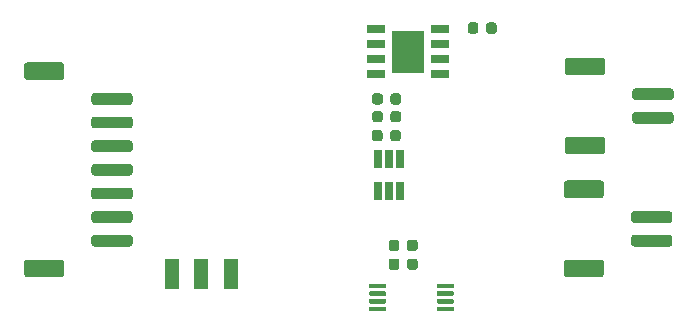
<source format=gbr>
%TF.GenerationSoftware,KiCad,Pcbnew,(5.1.10-1-10_14)*%
%TF.CreationDate,2021-06-08T20:51:40+08:00*%
%TF.ProjectId,network,6e657477-6f72-46b2-9e6b-696361645f70,rev?*%
%TF.SameCoordinates,Original*%
%TF.FileFunction,Paste,Top*%
%TF.FilePolarity,Positive*%
%FSLAX46Y46*%
G04 Gerber Fmt 4.6, Leading zero omitted, Abs format (unit mm)*
G04 Created by KiCad (PCBNEW (5.1.10-1-10_14)) date 2021-06-08 20:51:40*
%MOMM*%
%LPD*%
G01*
G04 APERTURE LIST*
%ADD10R,1.250000X2.500000*%
%ADD11R,0.650000X1.560000*%
%ADD12R,2.700000X3.600000*%
%ADD13R,1.500000X0.650000*%
G04 APERTURE END LIST*
D10*
%TO.C,SW1*%
X118000000Y-103050000D03*
X115500000Y-103050000D03*
X113000000Y-103050000D03*
%TD*%
%TO.C,J5*%
G36*
G01*
X100750000Y-101800000D02*
X103650000Y-101800000D01*
G75*
G02*
X103900000Y-102050000I0J-250000D01*
G01*
X103900000Y-103050000D01*
G75*
G02*
X103650000Y-103300000I-250000J0D01*
G01*
X100750000Y-103300000D01*
G75*
G02*
X100500000Y-103050000I0J250000D01*
G01*
X100500000Y-102050000D01*
G75*
G02*
X100750000Y-101800000I250000J0D01*
G01*
G37*
G36*
G01*
X100750000Y-85100000D02*
X103650000Y-85100000D01*
G75*
G02*
X103900000Y-85350000I0J-250000D01*
G01*
X103900000Y-86350000D01*
G75*
G02*
X103650000Y-86600000I-250000J0D01*
G01*
X100750000Y-86600000D01*
G75*
G02*
X100500000Y-86350000I0J250000D01*
G01*
X100500000Y-85350000D01*
G75*
G02*
X100750000Y-85100000I250000J0D01*
G01*
G37*
G36*
G01*
X106450000Y-99700000D02*
X109450000Y-99700000D01*
G75*
G02*
X109700000Y-99950000I0J-250000D01*
G01*
X109700000Y-100450000D01*
G75*
G02*
X109450000Y-100700000I-250000J0D01*
G01*
X106450000Y-100700000D01*
G75*
G02*
X106200000Y-100450000I0J250000D01*
G01*
X106200000Y-99950000D01*
G75*
G02*
X106450000Y-99700000I250000J0D01*
G01*
G37*
G36*
G01*
X106450000Y-97700000D02*
X109450000Y-97700000D01*
G75*
G02*
X109700000Y-97950000I0J-250000D01*
G01*
X109700000Y-98450000D01*
G75*
G02*
X109450000Y-98700000I-250000J0D01*
G01*
X106450000Y-98700000D01*
G75*
G02*
X106200000Y-98450000I0J250000D01*
G01*
X106200000Y-97950000D01*
G75*
G02*
X106450000Y-97700000I250000J0D01*
G01*
G37*
G36*
G01*
X106450000Y-95700000D02*
X109450000Y-95700000D01*
G75*
G02*
X109700000Y-95950000I0J-250000D01*
G01*
X109700000Y-96450000D01*
G75*
G02*
X109450000Y-96700000I-250000J0D01*
G01*
X106450000Y-96700000D01*
G75*
G02*
X106200000Y-96450000I0J250000D01*
G01*
X106200000Y-95950000D01*
G75*
G02*
X106450000Y-95700000I250000J0D01*
G01*
G37*
G36*
G01*
X106450000Y-93700000D02*
X109450000Y-93700000D01*
G75*
G02*
X109700000Y-93950000I0J-250000D01*
G01*
X109700000Y-94450000D01*
G75*
G02*
X109450000Y-94700000I-250000J0D01*
G01*
X106450000Y-94700000D01*
G75*
G02*
X106200000Y-94450000I0J250000D01*
G01*
X106200000Y-93950000D01*
G75*
G02*
X106450000Y-93700000I250000J0D01*
G01*
G37*
G36*
G01*
X106450000Y-91700000D02*
X109450000Y-91700000D01*
G75*
G02*
X109700000Y-91950000I0J-250000D01*
G01*
X109700000Y-92450000D01*
G75*
G02*
X109450000Y-92700000I-250000J0D01*
G01*
X106450000Y-92700000D01*
G75*
G02*
X106200000Y-92450000I0J250000D01*
G01*
X106200000Y-91950000D01*
G75*
G02*
X106450000Y-91700000I250000J0D01*
G01*
G37*
G36*
G01*
X106450000Y-89700000D02*
X109450000Y-89700000D01*
G75*
G02*
X109700000Y-89950000I0J-250000D01*
G01*
X109700000Y-90450000D01*
G75*
G02*
X109450000Y-90700000I-250000J0D01*
G01*
X106450000Y-90700000D01*
G75*
G02*
X106200000Y-90450000I0J250000D01*
G01*
X106200000Y-89950000D01*
G75*
G02*
X106450000Y-89700000I250000J0D01*
G01*
G37*
G36*
G01*
X106450000Y-87700000D02*
X109450000Y-87700000D01*
G75*
G02*
X109700000Y-87950000I0J-250000D01*
G01*
X109700000Y-88450000D01*
G75*
G02*
X109450000Y-88700000I-250000J0D01*
G01*
X106450000Y-88700000D01*
G75*
G02*
X106200000Y-88450000I0J250000D01*
G01*
X106200000Y-87950000D01*
G75*
G02*
X106450000Y-87700000I250000J0D01*
G01*
G37*
%TD*%
%TO.C,R3*%
G36*
G01*
X130875000Y-89450000D02*
X130875000Y-89950000D01*
G75*
G02*
X130650000Y-90175000I-225000J0D01*
G01*
X130200000Y-90175000D01*
G75*
G02*
X129975000Y-89950000I0J225000D01*
G01*
X129975000Y-89450000D01*
G75*
G02*
X130200000Y-89225000I225000J0D01*
G01*
X130650000Y-89225000D01*
G75*
G02*
X130875000Y-89450000I0J-225000D01*
G01*
G37*
G36*
G01*
X132425000Y-89450000D02*
X132425000Y-89950000D01*
G75*
G02*
X132200000Y-90175000I-225000J0D01*
G01*
X131750000Y-90175000D01*
G75*
G02*
X131525000Y-89950000I0J225000D01*
G01*
X131525000Y-89450000D01*
G75*
G02*
X131750000Y-89225000I225000J0D01*
G01*
X132200000Y-89225000D01*
G75*
G02*
X132425000Y-89450000I0J-225000D01*
G01*
G37*
%TD*%
%TO.C,R2*%
G36*
G01*
X132275000Y-101950000D02*
X132275000Y-102450000D01*
G75*
G02*
X132050000Y-102675000I-225000J0D01*
G01*
X131600000Y-102675000D01*
G75*
G02*
X131375000Y-102450000I0J225000D01*
G01*
X131375000Y-101950000D01*
G75*
G02*
X131600000Y-101725000I225000J0D01*
G01*
X132050000Y-101725000D01*
G75*
G02*
X132275000Y-101950000I0J-225000D01*
G01*
G37*
G36*
G01*
X133825000Y-101950000D02*
X133825000Y-102450000D01*
G75*
G02*
X133600000Y-102675000I-225000J0D01*
G01*
X133150000Y-102675000D01*
G75*
G02*
X132925000Y-102450000I0J225000D01*
G01*
X132925000Y-101950000D01*
G75*
G02*
X133150000Y-101725000I225000J0D01*
G01*
X133600000Y-101725000D01*
G75*
G02*
X133825000Y-101950000I0J-225000D01*
G01*
G37*
%TD*%
%TO.C,R1*%
G36*
G01*
X131525000Y-88450000D02*
X131525000Y-87950000D01*
G75*
G02*
X131750000Y-87725000I225000J0D01*
G01*
X132200000Y-87725000D01*
G75*
G02*
X132425000Y-87950000I0J-225000D01*
G01*
X132425000Y-88450000D01*
G75*
G02*
X132200000Y-88675000I-225000J0D01*
G01*
X131750000Y-88675000D01*
G75*
G02*
X131525000Y-88450000I0J225000D01*
G01*
G37*
G36*
G01*
X129975000Y-88450000D02*
X129975000Y-87950000D01*
G75*
G02*
X130200000Y-87725000I225000J0D01*
G01*
X130650000Y-87725000D01*
G75*
G02*
X130875000Y-87950000I0J-225000D01*
G01*
X130875000Y-88450000D01*
G75*
G02*
X130650000Y-88675000I-225000J0D01*
G01*
X130200000Y-88675000D01*
G75*
G02*
X129975000Y-88450000I0J225000D01*
G01*
G37*
%TD*%
%TO.C,C3*%
G36*
G01*
X130850000Y-91050000D02*
X130850000Y-91550000D01*
G75*
G02*
X130625000Y-91775000I-225000J0D01*
G01*
X130175000Y-91775000D01*
G75*
G02*
X129950000Y-91550000I0J225000D01*
G01*
X129950000Y-91050000D01*
G75*
G02*
X130175000Y-90825000I225000J0D01*
G01*
X130625000Y-90825000D01*
G75*
G02*
X130850000Y-91050000I0J-225000D01*
G01*
G37*
G36*
G01*
X132400000Y-91050000D02*
X132400000Y-91550000D01*
G75*
G02*
X132175000Y-91775000I-225000J0D01*
G01*
X131725000Y-91775000D01*
G75*
G02*
X131500000Y-91550000I0J225000D01*
G01*
X131500000Y-91050000D01*
G75*
G02*
X131725000Y-90825000I225000J0D01*
G01*
X132175000Y-90825000D01*
G75*
G02*
X132400000Y-91050000I0J-225000D01*
G01*
G37*
%TD*%
%TO.C,C2*%
G36*
G01*
X132925000Y-100850000D02*
X132925000Y-100350000D01*
G75*
G02*
X133150000Y-100125000I225000J0D01*
G01*
X133600000Y-100125000D01*
G75*
G02*
X133825000Y-100350000I0J-225000D01*
G01*
X133825000Y-100850000D01*
G75*
G02*
X133600000Y-101075000I-225000J0D01*
G01*
X133150000Y-101075000D01*
G75*
G02*
X132925000Y-100850000I0J225000D01*
G01*
G37*
G36*
G01*
X131375000Y-100850000D02*
X131375000Y-100350000D01*
G75*
G02*
X131600000Y-100125000I225000J0D01*
G01*
X132050000Y-100125000D01*
G75*
G02*
X132275000Y-100350000I0J-225000D01*
G01*
X132275000Y-100850000D01*
G75*
G02*
X132050000Y-101075000I-225000J0D01*
G01*
X131600000Y-101075000D01*
G75*
G02*
X131375000Y-100850000I0J225000D01*
G01*
G37*
%TD*%
%TO.C,C1*%
G36*
G01*
X138975000Y-81950000D02*
X138975000Y-82450000D01*
G75*
G02*
X138750000Y-82675000I-225000J0D01*
G01*
X138300000Y-82675000D01*
G75*
G02*
X138075000Y-82450000I0J225000D01*
G01*
X138075000Y-81950000D01*
G75*
G02*
X138300000Y-81725000I225000J0D01*
G01*
X138750000Y-81725000D01*
G75*
G02*
X138975000Y-81950000I0J-225000D01*
G01*
G37*
G36*
G01*
X140525000Y-81950000D02*
X140525000Y-82450000D01*
G75*
G02*
X140300000Y-82675000I-225000J0D01*
G01*
X139850000Y-82675000D01*
G75*
G02*
X139625000Y-82450000I0J225000D01*
G01*
X139625000Y-81950000D01*
G75*
G02*
X139850000Y-81725000I225000J0D01*
G01*
X140300000Y-81725000D01*
G75*
G02*
X140525000Y-81950000I0J-225000D01*
G01*
G37*
%TD*%
%TO.C,U3*%
G36*
G01*
X131175000Y-105875000D02*
X131175000Y-106075000D01*
G75*
G02*
X131075000Y-106175000I-100000J0D01*
G01*
X129800000Y-106175000D01*
G75*
G02*
X129700000Y-106075000I0J100000D01*
G01*
X129700000Y-105875000D01*
G75*
G02*
X129800000Y-105775000I100000J0D01*
G01*
X131075000Y-105775000D01*
G75*
G02*
X131175000Y-105875000I0J-100000D01*
G01*
G37*
G36*
G01*
X131175000Y-105225000D02*
X131175000Y-105425000D01*
G75*
G02*
X131075000Y-105525000I-100000J0D01*
G01*
X129800000Y-105525000D01*
G75*
G02*
X129700000Y-105425000I0J100000D01*
G01*
X129700000Y-105225000D01*
G75*
G02*
X129800000Y-105125000I100000J0D01*
G01*
X131075000Y-105125000D01*
G75*
G02*
X131175000Y-105225000I0J-100000D01*
G01*
G37*
G36*
G01*
X131175000Y-104575000D02*
X131175000Y-104775000D01*
G75*
G02*
X131075000Y-104875000I-100000J0D01*
G01*
X129800000Y-104875000D01*
G75*
G02*
X129700000Y-104775000I0J100000D01*
G01*
X129700000Y-104575000D01*
G75*
G02*
X129800000Y-104475000I100000J0D01*
G01*
X131075000Y-104475000D01*
G75*
G02*
X131175000Y-104575000I0J-100000D01*
G01*
G37*
G36*
G01*
X131175000Y-103925000D02*
X131175000Y-104125000D01*
G75*
G02*
X131075000Y-104225000I-100000J0D01*
G01*
X129800000Y-104225000D01*
G75*
G02*
X129700000Y-104125000I0J100000D01*
G01*
X129700000Y-103925000D01*
G75*
G02*
X129800000Y-103825000I100000J0D01*
G01*
X131075000Y-103825000D01*
G75*
G02*
X131175000Y-103925000I0J-100000D01*
G01*
G37*
G36*
G01*
X136900000Y-103925000D02*
X136900000Y-104125000D01*
G75*
G02*
X136800000Y-104225000I-100000J0D01*
G01*
X135525000Y-104225000D01*
G75*
G02*
X135425000Y-104125000I0J100000D01*
G01*
X135425000Y-103925000D01*
G75*
G02*
X135525000Y-103825000I100000J0D01*
G01*
X136800000Y-103825000D01*
G75*
G02*
X136900000Y-103925000I0J-100000D01*
G01*
G37*
G36*
G01*
X136900000Y-104575000D02*
X136900000Y-104775000D01*
G75*
G02*
X136800000Y-104875000I-100000J0D01*
G01*
X135525000Y-104875000D01*
G75*
G02*
X135425000Y-104775000I0J100000D01*
G01*
X135425000Y-104575000D01*
G75*
G02*
X135525000Y-104475000I100000J0D01*
G01*
X136800000Y-104475000D01*
G75*
G02*
X136900000Y-104575000I0J-100000D01*
G01*
G37*
G36*
G01*
X136900000Y-105225000D02*
X136900000Y-105425000D01*
G75*
G02*
X136800000Y-105525000I-100000J0D01*
G01*
X135525000Y-105525000D01*
G75*
G02*
X135425000Y-105425000I0J100000D01*
G01*
X135425000Y-105225000D01*
G75*
G02*
X135525000Y-105125000I100000J0D01*
G01*
X136800000Y-105125000D01*
G75*
G02*
X136900000Y-105225000I0J-100000D01*
G01*
G37*
G36*
G01*
X136900000Y-105875000D02*
X136900000Y-106075000D01*
G75*
G02*
X136800000Y-106175000I-100000J0D01*
G01*
X135525000Y-106175000D01*
G75*
G02*
X135425000Y-106075000I0J100000D01*
G01*
X135425000Y-105875000D01*
G75*
G02*
X135525000Y-105775000I100000J0D01*
G01*
X136800000Y-105775000D01*
G75*
G02*
X136900000Y-105875000I0J-100000D01*
G01*
G37*
%TD*%
D11*
%TO.C,U2*%
X131400000Y-95950000D03*
X132350000Y-95950000D03*
X130450000Y-95950000D03*
X130450000Y-93250000D03*
X131400000Y-93250000D03*
X132350000Y-93250000D03*
%TD*%
D12*
%TO.C,U1*%
X133000000Y-84200000D03*
D13*
X130300000Y-86105000D03*
X130300000Y-84835000D03*
X130300000Y-83565000D03*
X130300000Y-82295000D03*
X135700000Y-82295000D03*
X135700000Y-83565000D03*
X135700000Y-84835000D03*
X135700000Y-86105000D03*
%TD*%
%TO.C,J3*%
G36*
G01*
X146550000Y-91400000D02*
X149450000Y-91400000D01*
G75*
G02*
X149700000Y-91650000I0J-250000D01*
G01*
X149700000Y-92650000D01*
G75*
G02*
X149450000Y-92900000I-250000J0D01*
G01*
X146550000Y-92900000D01*
G75*
G02*
X146300000Y-92650000I0J250000D01*
G01*
X146300000Y-91650000D01*
G75*
G02*
X146550000Y-91400000I250000J0D01*
G01*
G37*
G36*
G01*
X146550000Y-84700000D02*
X149450000Y-84700000D01*
G75*
G02*
X149700000Y-84950000I0J-250000D01*
G01*
X149700000Y-85950000D01*
G75*
G02*
X149450000Y-86200000I-250000J0D01*
G01*
X146550000Y-86200000D01*
G75*
G02*
X146300000Y-85950000I0J250000D01*
G01*
X146300000Y-84950000D01*
G75*
G02*
X146550000Y-84700000I250000J0D01*
G01*
G37*
G36*
G01*
X152250000Y-89300000D02*
X155250000Y-89300000D01*
G75*
G02*
X155500000Y-89550000I0J-250000D01*
G01*
X155500000Y-90050000D01*
G75*
G02*
X155250000Y-90300000I-250000J0D01*
G01*
X152250000Y-90300000D01*
G75*
G02*
X152000000Y-90050000I0J250000D01*
G01*
X152000000Y-89550000D01*
G75*
G02*
X152250000Y-89300000I250000J0D01*
G01*
G37*
G36*
G01*
X152250000Y-87300000D02*
X155250000Y-87300000D01*
G75*
G02*
X155500000Y-87550000I0J-250000D01*
G01*
X155500000Y-88050000D01*
G75*
G02*
X155250000Y-88300000I-250000J0D01*
G01*
X152250000Y-88300000D01*
G75*
G02*
X152000000Y-88050000I0J250000D01*
G01*
X152000000Y-87550000D01*
G75*
G02*
X152250000Y-87300000I250000J0D01*
G01*
G37*
%TD*%
%TO.C,J1*%
G36*
G01*
X146450000Y-101800000D02*
X149350000Y-101800000D01*
G75*
G02*
X149600000Y-102050000I0J-250000D01*
G01*
X149600000Y-103050000D01*
G75*
G02*
X149350000Y-103300000I-250000J0D01*
G01*
X146450000Y-103300000D01*
G75*
G02*
X146200000Y-103050000I0J250000D01*
G01*
X146200000Y-102050000D01*
G75*
G02*
X146450000Y-101800000I250000J0D01*
G01*
G37*
G36*
G01*
X146450000Y-95100000D02*
X149350000Y-95100000D01*
G75*
G02*
X149600000Y-95350000I0J-250000D01*
G01*
X149600000Y-96350000D01*
G75*
G02*
X149350000Y-96600000I-250000J0D01*
G01*
X146450000Y-96600000D01*
G75*
G02*
X146200000Y-96350000I0J250000D01*
G01*
X146200000Y-95350000D01*
G75*
G02*
X146450000Y-95100000I250000J0D01*
G01*
G37*
G36*
G01*
X152150000Y-99700000D02*
X155150000Y-99700000D01*
G75*
G02*
X155400000Y-99950000I0J-250000D01*
G01*
X155400000Y-100450000D01*
G75*
G02*
X155150000Y-100700000I-250000J0D01*
G01*
X152150000Y-100700000D01*
G75*
G02*
X151900000Y-100450000I0J250000D01*
G01*
X151900000Y-99950000D01*
G75*
G02*
X152150000Y-99700000I250000J0D01*
G01*
G37*
G36*
G01*
X152150000Y-97700000D02*
X155150000Y-97700000D01*
G75*
G02*
X155400000Y-97950000I0J-250000D01*
G01*
X155400000Y-98450000D01*
G75*
G02*
X155150000Y-98700000I-250000J0D01*
G01*
X152150000Y-98700000D01*
G75*
G02*
X151900000Y-98450000I0J250000D01*
G01*
X151900000Y-97950000D01*
G75*
G02*
X152150000Y-97700000I250000J0D01*
G01*
G37*
%TD*%
M02*

</source>
